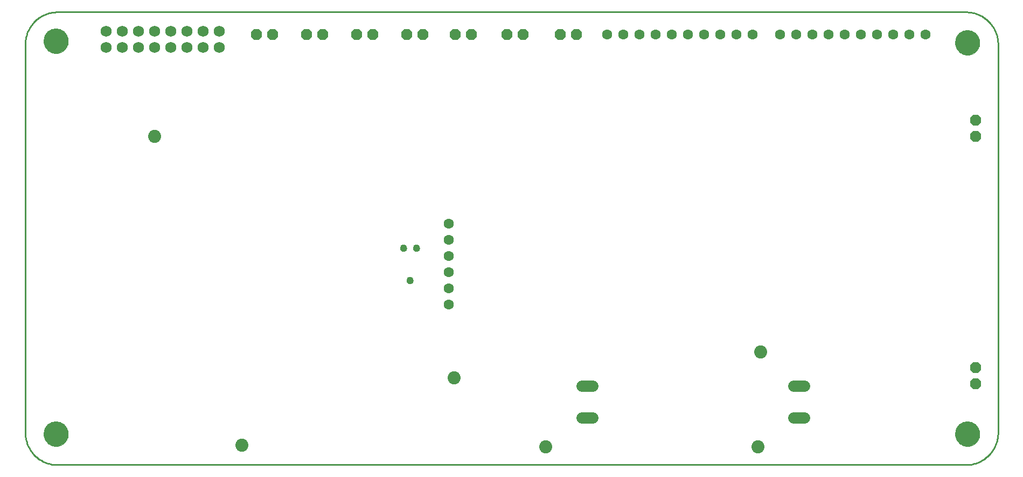
<source format=gbs>
G75*
%MOIN*%
%OFA0B0*%
%FSLAX24Y24*%
%IPPOS*%
%LPD*%
%AMOC8*
5,1,8,0,0,1.08239X$1,22.5*
%
%ADD10C,0.0100*%
%ADD11C,0.0700*%
%ADD12C,0.0808*%
%ADD13C,0.0631*%
%ADD14C,0.0000*%
%ADD15C,0.0430*%
%ADD16OC8,0.0690*%
%ADD17C,0.0690*%
%ADD18C,0.1540*%
D10*
X002150Y000150D02*
X058350Y000150D01*
X058437Y000152D01*
X058524Y000158D01*
X058611Y000167D01*
X058697Y000180D01*
X058783Y000197D01*
X058868Y000218D01*
X058951Y000243D01*
X059034Y000271D01*
X059115Y000302D01*
X059195Y000337D01*
X059273Y000376D01*
X059350Y000418D01*
X059425Y000463D01*
X059497Y000512D01*
X059568Y000563D01*
X059636Y000618D01*
X059701Y000675D01*
X059764Y000736D01*
X059825Y000799D01*
X059882Y000864D01*
X059937Y000932D01*
X059988Y001003D01*
X060037Y001075D01*
X060082Y001150D01*
X060124Y001227D01*
X060163Y001305D01*
X060198Y001385D01*
X060229Y001466D01*
X060257Y001549D01*
X060282Y001632D01*
X060303Y001717D01*
X060320Y001803D01*
X060333Y001889D01*
X060342Y001976D01*
X060348Y002063D01*
X060350Y002150D01*
X060350Y026150D01*
X060348Y026237D01*
X060342Y026324D01*
X060333Y026411D01*
X060320Y026497D01*
X060303Y026583D01*
X060282Y026668D01*
X060257Y026751D01*
X060229Y026834D01*
X060198Y026915D01*
X060163Y026995D01*
X060124Y027073D01*
X060082Y027150D01*
X060037Y027225D01*
X059988Y027297D01*
X059937Y027368D01*
X059882Y027436D01*
X059825Y027501D01*
X059764Y027564D01*
X059701Y027625D01*
X059636Y027682D01*
X059568Y027737D01*
X059497Y027788D01*
X059425Y027837D01*
X059350Y027882D01*
X059273Y027924D01*
X059195Y027963D01*
X059115Y027998D01*
X059034Y028029D01*
X058951Y028057D01*
X058868Y028082D01*
X058783Y028103D01*
X058697Y028120D01*
X058611Y028133D01*
X058524Y028142D01*
X058437Y028148D01*
X058350Y028150D01*
X002150Y028150D01*
X002063Y028148D01*
X001976Y028142D01*
X001889Y028133D01*
X001803Y028120D01*
X001717Y028103D01*
X001632Y028082D01*
X001549Y028057D01*
X001466Y028029D01*
X001385Y027998D01*
X001305Y027963D01*
X001227Y027924D01*
X001150Y027882D01*
X001075Y027837D01*
X001003Y027788D01*
X000932Y027737D01*
X000864Y027682D01*
X000799Y027625D01*
X000736Y027564D01*
X000675Y027501D01*
X000618Y027436D01*
X000563Y027368D01*
X000512Y027297D01*
X000463Y027225D01*
X000418Y027150D01*
X000376Y027073D01*
X000337Y026995D01*
X000302Y026915D01*
X000271Y026834D01*
X000243Y026751D01*
X000218Y026668D01*
X000197Y026583D01*
X000180Y026497D01*
X000167Y026411D01*
X000158Y026324D01*
X000152Y026237D01*
X000150Y026150D01*
X000150Y002150D01*
X000152Y002063D01*
X000158Y001976D01*
X000167Y001889D01*
X000180Y001803D01*
X000197Y001717D01*
X000218Y001632D01*
X000243Y001549D01*
X000271Y001466D01*
X000302Y001385D01*
X000337Y001305D01*
X000376Y001227D01*
X000418Y001150D01*
X000463Y001075D01*
X000512Y001003D01*
X000563Y000932D01*
X000618Y000864D01*
X000675Y000799D01*
X000736Y000736D01*
X000799Y000675D01*
X000864Y000618D01*
X000932Y000563D01*
X001003Y000512D01*
X001075Y000463D01*
X001150Y000418D01*
X001227Y000376D01*
X001305Y000337D01*
X001385Y000302D01*
X001466Y000271D01*
X001549Y000243D01*
X001632Y000218D01*
X001717Y000197D01*
X001803Y000180D01*
X001889Y000167D01*
X001976Y000158D01*
X002063Y000152D01*
X002150Y000150D01*
D11*
X034595Y003070D02*
X035255Y003070D01*
X035255Y005039D02*
X034595Y005039D01*
X047689Y005039D02*
X048349Y005039D01*
X048349Y003070D02*
X047689Y003070D01*
D12*
X045496Y001275D03*
X045649Y007133D03*
X032350Y001275D03*
X026700Y005533D03*
X013550Y001350D03*
X008150Y020450D03*
D13*
X026350Y015050D03*
X026350Y014050D03*
X026350Y013050D03*
X026350Y012050D03*
X026350Y011050D03*
X026350Y010050D03*
X036150Y026750D03*
X037150Y026750D03*
X038150Y026750D03*
X039150Y026750D03*
X040150Y026750D03*
X041150Y026750D03*
X042150Y026750D03*
X043150Y026750D03*
X044150Y026750D03*
X045150Y026750D03*
X046850Y026750D03*
X047850Y026750D03*
X048850Y026750D03*
X049850Y026750D03*
X050850Y026750D03*
X051850Y026750D03*
X052850Y026750D03*
X053850Y026750D03*
X054850Y026750D03*
X055850Y026750D03*
D14*
X057700Y026250D02*
X057702Y026304D01*
X057708Y026358D01*
X057718Y026411D01*
X057731Y026464D01*
X057748Y026515D01*
X057769Y026565D01*
X057794Y026613D01*
X057822Y026660D01*
X057853Y026704D01*
X057887Y026746D01*
X057924Y026785D01*
X057964Y026822D01*
X058007Y026855D01*
X058052Y026886D01*
X058099Y026913D01*
X058147Y026936D01*
X058198Y026956D01*
X058249Y026973D01*
X058302Y026985D01*
X058355Y026994D01*
X058409Y026999D01*
X058464Y027000D01*
X058518Y026997D01*
X058571Y026990D01*
X058624Y026979D01*
X058677Y026965D01*
X058728Y026947D01*
X058777Y026925D01*
X058825Y026900D01*
X058871Y026871D01*
X058915Y026839D01*
X058956Y026804D01*
X058994Y026766D01*
X059030Y026725D01*
X059063Y026682D01*
X059093Y026637D01*
X059119Y026589D01*
X059142Y026540D01*
X059161Y026489D01*
X059176Y026438D01*
X059188Y026385D01*
X059196Y026331D01*
X059200Y026277D01*
X059200Y026223D01*
X059196Y026169D01*
X059188Y026115D01*
X059176Y026062D01*
X059161Y026011D01*
X059142Y025960D01*
X059119Y025911D01*
X059093Y025863D01*
X059063Y025818D01*
X059030Y025775D01*
X058994Y025734D01*
X058956Y025696D01*
X058915Y025661D01*
X058871Y025629D01*
X058825Y025600D01*
X058777Y025575D01*
X058728Y025553D01*
X058677Y025535D01*
X058624Y025521D01*
X058571Y025510D01*
X058518Y025503D01*
X058464Y025500D01*
X058409Y025501D01*
X058355Y025506D01*
X058302Y025515D01*
X058249Y025527D01*
X058198Y025544D01*
X058147Y025564D01*
X058099Y025587D01*
X058052Y025614D01*
X058007Y025645D01*
X057964Y025678D01*
X057924Y025715D01*
X057887Y025754D01*
X057853Y025796D01*
X057822Y025840D01*
X057794Y025887D01*
X057769Y025935D01*
X057748Y025985D01*
X057731Y026036D01*
X057718Y026089D01*
X057708Y026142D01*
X057702Y026196D01*
X057700Y026250D01*
X024155Y013550D02*
X024157Y013578D01*
X024163Y013605D01*
X024173Y013631D01*
X024186Y013655D01*
X024203Y013678D01*
X024222Y013697D01*
X024245Y013714D01*
X024269Y013727D01*
X024295Y013737D01*
X024322Y013743D01*
X024350Y013745D01*
X024378Y013743D01*
X024405Y013737D01*
X024431Y013727D01*
X024455Y013714D01*
X024478Y013697D01*
X024497Y013678D01*
X024514Y013655D01*
X024527Y013631D01*
X024537Y013605D01*
X024543Y013578D01*
X024545Y013550D01*
X024543Y013522D01*
X024537Y013495D01*
X024527Y013469D01*
X024514Y013445D01*
X024497Y013422D01*
X024478Y013403D01*
X024455Y013386D01*
X024431Y013373D01*
X024405Y013363D01*
X024378Y013357D01*
X024350Y013355D01*
X024322Y013357D01*
X024295Y013363D01*
X024269Y013373D01*
X024245Y013386D01*
X024222Y013403D01*
X024203Y013422D01*
X024186Y013445D01*
X024173Y013469D01*
X024163Y013495D01*
X024157Y013522D01*
X024155Y013550D01*
X023355Y013550D02*
X023357Y013578D01*
X023363Y013605D01*
X023373Y013631D01*
X023386Y013655D01*
X023403Y013678D01*
X023422Y013697D01*
X023445Y013714D01*
X023469Y013727D01*
X023495Y013737D01*
X023522Y013743D01*
X023550Y013745D01*
X023578Y013743D01*
X023605Y013737D01*
X023631Y013727D01*
X023655Y013714D01*
X023678Y013697D01*
X023697Y013678D01*
X023714Y013655D01*
X023727Y013631D01*
X023737Y013605D01*
X023743Y013578D01*
X023745Y013550D01*
X023743Y013522D01*
X023737Y013495D01*
X023727Y013469D01*
X023714Y013445D01*
X023697Y013422D01*
X023678Y013403D01*
X023655Y013386D01*
X023631Y013373D01*
X023605Y013363D01*
X023578Y013357D01*
X023550Y013355D01*
X023522Y013357D01*
X023495Y013363D01*
X023469Y013373D01*
X023445Y013386D01*
X023422Y013403D01*
X023403Y013422D01*
X023386Y013445D01*
X023373Y013469D01*
X023363Y013495D01*
X023357Y013522D01*
X023355Y013550D01*
X023755Y011550D02*
X023757Y011578D01*
X023763Y011605D01*
X023773Y011631D01*
X023786Y011655D01*
X023803Y011678D01*
X023822Y011697D01*
X023845Y011714D01*
X023869Y011727D01*
X023895Y011737D01*
X023922Y011743D01*
X023950Y011745D01*
X023978Y011743D01*
X024005Y011737D01*
X024031Y011727D01*
X024055Y011714D01*
X024078Y011697D01*
X024097Y011678D01*
X024114Y011655D01*
X024127Y011631D01*
X024137Y011605D01*
X024143Y011578D01*
X024145Y011550D01*
X024143Y011522D01*
X024137Y011495D01*
X024127Y011469D01*
X024114Y011445D01*
X024097Y011422D01*
X024078Y011403D01*
X024055Y011386D01*
X024031Y011373D01*
X024005Y011363D01*
X023978Y011357D01*
X023950Y011355D01*
X023922Y011357D01*
X023895Y011363D01*
X023869Y011373D01*
X023845Y011386D01*
X023822Y011403D01*
X023803Y011422D01*
X023786Y011445D01*
X023773Y011469D01*
X023763Y011495D01*
X023757Y011522D01*
X023755Y011550D01*
X001300Y002050D02*
X001302Y002104D01*
X001308Y002158D01*
X001318Y002211D01*
X001331Y002264D01*
X001348Y002315D01*
X001369Y002365D01*
X001394Y002413D01*
X001422Y002460D01*
X001453Y002504D01*
X001487Y002546D01*
X001524Y002585D01*
X001564Y002622D01*
X001607Y002655D01*
X001652Y002686D01*
X001699Y002713D01*
X001747Y002736D01*
X001798Y002756D01*
X001849Y002773D01*
X001902Y002785D01*
X001955Y002794D01*
X002009Y002799D01*
X002064Y002800D01*
X002118Y002797D01*
X002171Y002790D01*
X002224Y002779D01*
X002277Y002765D01*
X002328Y002747D01*
X002377Y002725D01*
X002425Y002700D01*
X002471Y002671D01*
X002515Y002639D01*
X002556Y002604D01*
X002594Y002566D01*
X002630Y002525D01*
X002663Y002482D01*
X002693Y002437D01*
X002719Y002389D01*
X002742Y002340D01*
X002761Y002289D01*
X002776Y002238D01*
X002788Y002185D01*
X002796Y002131D01*
X002800Y002077D01*
X002800Y002023D01*
X002796Y001969D01*
X002788Y001915D01*
X002776Y001862D01*
X002761Y001811D01*
X002742Y001760D01*
X002719Y001711D01*
X002693Y001663D01*
X002663Y001618D01*
X002630Y001575D01*
X002594Y001534D01*
X002556Y001496D01*
X002515Y001461D01*
X002471Y001429D01*
X002425Y001400D01*
X002377Y001375D01*
X002328Y001353D01*
X002277Y001335D01*
X002224Y001321D01*
X002171Y001310D01*
X002118Y001303D01*
X002064Y001300D01*
X002009Y001301D01*
X001955Y001306D01*
X001902Y001315D01*
X001849Y001327D01*
X001798Y001344D01*
X001747Y001364D01*
X001699Y001387D01*
X001652Y001414D01*
X001607Y001445D01*
X001564Y001478D01*
X001524Y001515D01*
X001487Y001554D01*
X001453Y001596D01*
X001422Y001640D01*
X001394Y001687D01*
X001369Y001735D01*
X001348Y001785D01*
X001331Y001836D01*
X001318Y001889D01*
X001308Y001942D01*
X001302Y001996D01*
X001300Y002050D01*
X001300Y026350D02*
X001302Y026404D01*
X001308Y026458D01*
X001318Y026511D01*
X001331Y026564D01*
X001348Y026615D01*
X001369Y026665D01*
X001394Y026713D01*
X001422Y026760D01*
X001453Y026804D01*
X001487Y026846D01*
X001524Y026885D01*
X001564Y026922D01*
X001607Y026955D01*
X001652Y026986D01*
X001699Y027013D01*
X001747Y027036D01*
X001798Y027056D01*
X001849Y027073D01*
X001902Y027085D01*
X001955Y027094D01*
X002009Y027099D01*
X002064Y027100D01*
X002118Y027097D01*
X002171Y027090D01*
X002224Y027079D01*
X002277Y027065D01*
X002328Y027047D01*
X002377Y027025D01*
X002425Y027000D01*
X002471Y026971D01*
X002515Y026939D01*
X002556Y026904D01*
X002594Y026866D01*
X002630Y026825D01*
X002663Y026782D01*
X002693Y026737D01*
X002719Y026689D01*
X002742Y026640D01*
X002761Y026589D01*
X002776Y026538D01*
X002788Y026485D01*
X002796Y026431D01*
X002800Y026377D01*
X002800Y026323D01*
X002796Y026269D01*
X002788Y026215D01*
X002776Y026162D01*
X002761Y026111D01*
X002742Y026060D01*
X002719Y026011D01*
X002693Y025963D01*
X002663Y025918D01*
X002630Y025875D01*
X002594Y025834D01*
X002556Y025796D01*
X002515Y025761D01*
X002471Y025729D01*
X002425Y025700D01*
X002377Y025675D01*
X002328Y025653D01*
X002277Y025635D01*
X002224Y025621D01*
X002171Y025610D01*
X002118Y025603D01*
X002064Y025600D01*
X002009Y025601D01*
X001955Y025606D01*
X001902Y025615D01*
X001849Y025627D01*
X001798Y025644D01*
X001747Y025664D01*
X001699Y025687D01*
X001652Y025714D01*
X001607Y025745D01*
X001564Y025778D01*
X001524Y025815D01*
X001487Y025854D01*
X001453Y025896D01*
X001422Y025940D01*
X001394Y025987D01*
X001369Y026035D01*
X001348Y026085D01*
X001331Y026136D01*
X001318Y026189D01*
X001308Y026242D01*
X001302Y026296D01*
X001300Y026350D01*
X057700Y002050D02*
X057702Y002104D01*
X057708Y002158D01*
X057718Y002211D01*
X057731Y002264D01*
X057748Y002315D01*
X057769Y002365D01*
X057794Y002413D01*
X057822Y002460D01*
X057853Y002504D01*
X057887Y002546D01*
X057924Y002585D01*
X057964Y002622D01*
X058007Y002655D01*
X058052Y002686D01*
X058099Y002713D01*
X058147Y002736D01*
X058198Y002756D01*
X058249Y002773D01*
X058302Y002785D01*
X058355Y002794D01*
X058409Y002799D01*
X058464Y002800D01*
X058518Y002797D01*
X058571Y002790D01*
X058624Y002779D01*
X058677Y002765D01*
X058728Y002747D01*
X058777Y002725D01*
X058825Y002700D01*
X058871Y002671D01*
X058915Y002639D01*
X058956Y002604D01*
X058994Y002566D01*
X059030Y002525D01*
X059063Y002482D01*
X059093Y002437D01*
X059119Y002389D01*
X059142Y002340D01*
X059161Y002289D01*
X059176Y002238D01*
X059188Y002185D01*
X059196Y002131D01*
X059200Y002077D01*
X059200Y002023D01*
X059196Y001969D01*
X059188Y001915D01*
X059176Y001862D01*
X059161Y001811D01*
X059142Y001760D01*
X059119Y001711D01*
X059093Y001663D01*
X059063Y001618D01*
X059030Y001575D01*
X058994Y001534D01*
X058956Y001496D01*
X058915Y001461D01*
X058871Y001429D01*
X058825Y001400D01*
X058777Y001375D01*
X058728Y001353D01*
X058677Y001335D01*
X058624Y001321D01*
X058571Y001310D01*
X058518Y001303D01*
X058464Y001300D01*
X058409Y001301D01*
X058355Y001306D01*
X058302Y001315D01*
X058249Y001327D01*
X058198Y001344D01*
X058147Y001364D01*
X058099Y001387D01*
X058052Y001414D01*
X058007Y001445D01*
X057964Y001478D01*
X057924Y001515D01*
X057887Y001554D01*
X057853Y001596D01*
X057822Y001640D01*
X057794Y001687D01*
X057769Y001735D01*
X057748Y001785D01*
X057731Y001836D01*
X057718Y001889D01*
X057708Y001942D01*
X057702Y001996D01*
X057700Y002050D01*
D15*
X024350Y013550D03*
X023550Y013550D03*
X023950Y011550D03*
D16*
X023750Y026750D03*
X024750Y026750D03*
X026750Y026750D03*
X027750Y026750D03*
X029950Y026750D03*
X030950Y026750D03*
X033250Y026750D03*
X034250Y026750D03*
X021650Y026750D03*
X020650Y026750D03*
X018550Y026750D03*
X017550Y026750D03*
X015450Y026750D03*
X014450Y026750D03*
X058950Y021450D03*
X058950Y020450D03*
X058950Y006150D03*
X058950Y005150D03*
D17*
X012150Y025950D03*
X011150Y025950D03*
X010150Y025950D03*
X009150Y025950D03*
X008150Y025950D03*
X007150Y025950D03*
X006150Y025950D03*
X005150Y025950D03*
X005150Y026950D03*
X006150Y026950D03*
X007150Y026950D03*
X008150Y026950D03*
X009150Y026950D03*
X010150Y026950D03*
X011150Y026950D03*
X012150Y026950D03*
D18*
X002050Y026350D03*
X002050Y002050D03*
X058450Y002050D03*
X058450Y026250D03*
M02*

</source>
